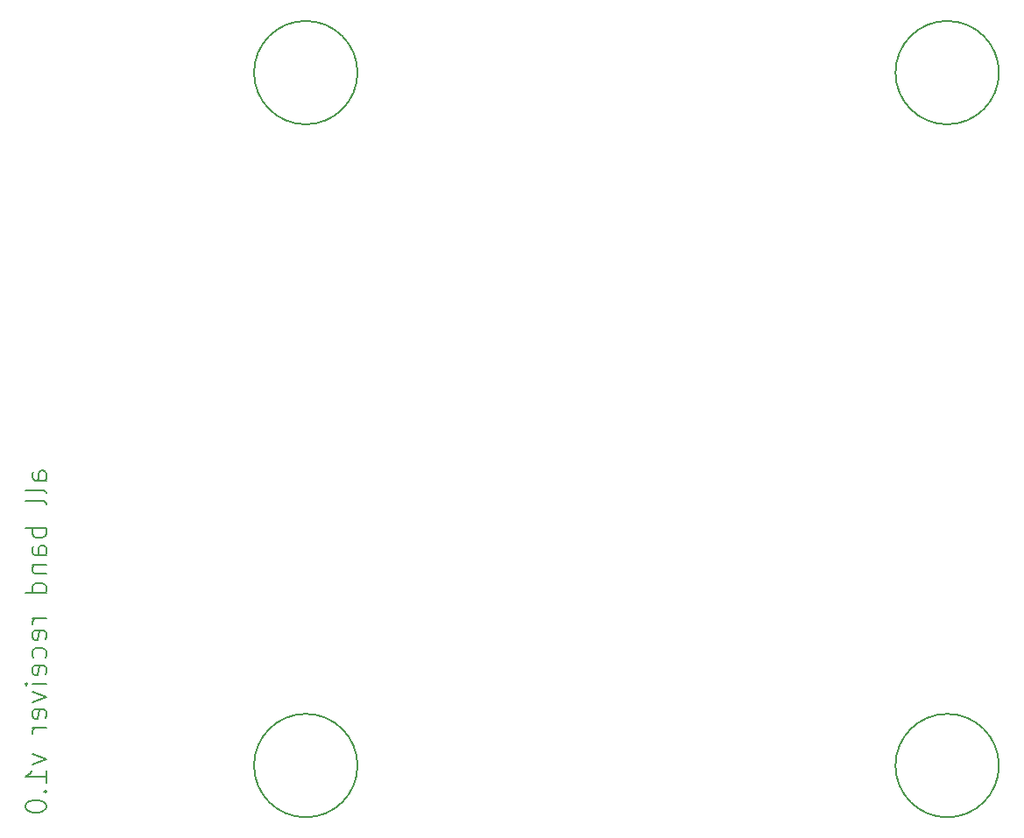
<source format=gbr>
G04 #@! TF.GenerationSoftware,KiCad,Pcbnew,5.1.5-52549c5~84~ubuntu18.04.1*
G04 #@! TF.CreationDate,2020-03-26T22:13:58-06:00*
G04 #@! TF.ProjectId,all-through-hole,616c6c2d-7468-4726-9f75-67682d686f6c,rev?*
G04 #@! TF.SameCoordinates,Original*
G04 #@! TF.FileFunction,Legend,Bot*
G04 #@! TF.FilePolarity,Positive*
%FSLAX46Y46*%
G04 Gerber Fmt 4.6, Leading zero omitted, Abs format (unit mm)*
G04 Created by KiCad (PCBNEW 5.1.5-52549c5~84~ubuntu18.04.1) date 2020-03-26 22:13:58*
%MOMM*%
%LPD*%
G04 APERTURE LIST*
%ADD10C,0.200000*%
%ADD11C,0.150000*%
G04 APERTURE END LIST*
D10*
X85904761Y-82928571D02*
X84857142Y-82928571D01*
X84666666Y-82833333D01*
X84571428Y-82642857D01*
X84571428Y-82261904D01*
X84666666Y-82071428D01*
X85809523Y-82928571D02*
X85904761Y-82738095D01*
X85904761Y-82261904D01*
X85809523Y-82071428D01*
X85619047Y-81976190D01*
X85428571Y-81976190D01*
X85238095Y-82071428D01*
X85142857Y-82261904D01*
X85142857Y-82738095D01*
X85047619Y-82928571D01*
X85904761Y-84166666D02*
X85809523Y-83976190D01*
X85619047Y-83880952D01*
X83904761Y-83880952D01*
X85904761Y-85214285D02*
X85809523Y-85023809D01*
X85619047Y-84928571D01*
X83904761Y-84928571D01*
X85904761Y-87500000D02*
X83904761Y-87500000D01*
X84666666Y-87500000D02*
X84571428Y-87690476D01*
X84571428Y-88071428D01*
X84666666Y-88261904D01*
X84761904Y-88357142D01*
X84952380Y-88452380D01*
X85523809Y-88452380D01*
X85714285Y-88357142D01*
X85809523Y-88261904D01*
X85904761Y-88071428D01*
X85904761Y-87690476D01*
X85809523Y-87500000D01*
X85904761Y-90166666D02*
X84857142Y-90166666D01*
X84666666Y-90071428D01*
X84571428Y-89880952D01*
X84571428Y-89500000D01*
X84666666Y-89309523D01*
X85809523Y-90166666D02*
X85904761Y-89976190D01*
X85904761Y-89500000D01*
X85809523Y-89309523D01*
X85619047Y-89214285D01*
X85428571Y-89214285D01*
X85238095Y-89309523D01*
X85142857Y-89500000D01*
X85142857Y-89976190D01*
X85047619Y-90166666D01*
X84571428Y-91119047D02*
X85904761Y-91119047D01*
X84761904Y-91119047D02*
X84666666Y-91214285D01*
X84571428Y-91404761D01*
X84571428Y-91690476D01*
X84666666Y-91880952D01*
X84857142Y-91976190D01*
X85904761Y-91976190D01*
X85904761Y-93785714D02*
X83904761Y-93785714D01*
X85809523Y-93785714D02*
X85904761Y-93595238D01*
X85904761Y-93214285D01*
X85809523Y-93023809D01*
X85714285Y-92928571D01*
X85523809Y-92833333D01*
X84952380Y-92833333D01*
X84761904Y-92928571D01*
X84666666Y-93023809D01*
X84571428Y-93214285D01*
X84571428Y-93595238D01*
X84666666Y-93785714D01*
X85904761Y-96261904D02*
X84571428Y-96261904D01*
X84952380Y-96261904D02*
X84761904Y-96357142D01*
X84666666Y-96452380D01*
X84571428Y-96642857D01*
X84571428Y-96833333D01*
X85809523Y-98261904D02*
X85904761Y-98071428D01*
X85904761Y-97690476D01*
X85809523Y-97500000D01*
X85619047Y-97404761D01*
X84857142Y-97404761D01*
X84666666Y-97500000D01*
X84571428Y-97690476D01*
X84571428Y-98071428D01*
X84666666Y-98261904D01*
X84857142Y-98357142D01*
X85047619Y-98357142D01*
X85238095Y-97404761D01*
X85809523Y-100071428D02*
X85904761Y-99880952D01*
X85904761Y-99500000D01*
X85809523Y-99309523D01*
X85714285Y-99214285D01*
X85523809Y-99119047D01*
X84952380Y-99119047D01*
X84761904Y-99214285D01*
X84666666Y-99309523D01*
X84571428Y-99500000D01*
X84571428Y-99880952D01*
X84666666Y-100071428D01*
X85809523Y-101690476D02*
X85904761Y-101500000D01*
X85904761Y-101119047D01*
X85809523Y-100928571D01*
X85619047Y-100833333D01*
X84857142Y-100833333D01*
X84666666Y-100928571D01*
X84571428Y-101119047D01*
X84571428Y-101500000D01*
X84666666Y-101690476D01*
X84857142Y-101785714D01*
X85047619Y-101785714D01*
X85238095Y-100833333D01*
X85904761Y-102642857D02*
X84571428Y-102642857D01*
X83904761Y-102642857D02*
X84000000Y-102547619D01*
X84095238Y-102642857D01*
X84000000Y-102738095D01*
X83904761Y-102642857D01*
X84095238Y-102642857D01*
X84571428Y-103404761D02*
X85904761Y-103880952D01*
X84571428Y-104357142D01*
X85809523Y-105880952D02*
X85904761Y-105690476D01*
X85904761Y-105309523D01*
X85809523Y-105119047D01*
X85619047Y-105023809D01*
X84857142Y-105023809D01*
X84666666Y-105119047D01*
X84571428Y-105309523D01*
X84571428Y-105690476D01*
X84666666Y-105880952D01*
X84857142Y-105976190D01*
X85047619Y-105976190D01*
X85238095Y-105023809D01*
X85904761Y-106833333D02*
X84571428Y-106833333D01*
X84952380Y-106833333D02*
X84761904Y-106928571D01*
X84666666Y-107023809D01*
X84571428Y-107214285D01*
X84571428Y-107404761D01*
X84571428Y-109404761D02*
X85904761Y-109880952D01*
X84571428Y-110357142D01*
X85904761Y-112166666D02*
X85904761Y-111023809D01*
X85904761Y-111595238D02*
X83904761Y-111595238D01*
X84190476Y-111404761D01*
X84380952Y-111214285D01*
X84476190Y-111023809D01*
X85714285Y-113023809D02*
X85809523Y-113119047D01*
X85904761Y-113023809D01*
X85809523Y-112928571D01*
X85714285Y-113023809D01*
X85904761Y-113023809D01*
X83904761Y-114357142D02*
X83904761Y-114547619D01*
X84000000Y-114738095D01*
X84095238Y-114833333D01*
X84285714Y-114928571D01*
X84666666Y-115023809D01*
X85142857Y-115023809D01*
X85523809Y-114928571D01*
X85714285Y-114833333D01*
X85809523Y-114738095D01*
X85904761Y-114547619D01*
X85904761Y-114357142D01*
X85809523Y-114166666D01*
X85714285Y-114071428D01*
X85523809Y-113976190D01*
X85142857Y-113880952D01*
X84666666Y-113880952D01*
X84285714Y-113976190D01*
X84095238Y-114071428D01*
X84000000Y-114166666D01*
X83904761Y-114357142D01*
D11*
X178000000Y-43500000D02*
G75*
G03X178000000Y-43500000I-5000000J0D01*
G01*
X116000000Y-43500000D02*
G75*
G03X116000000Y-43500000I-5000000J0D01*
G01*
X178000000Y-110500000D02*
G75*
G03X178000000Y-110500000I-5000000J0D01*
G01*
X116000000Y-110500000D02*
G75*
G03X116000000Y-110500000I-5000000J0D01*
G01*
M02*

</source>
